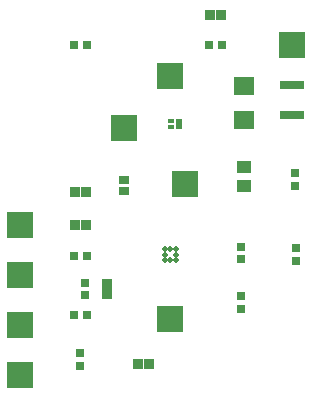
<source format=gbr>
G04 EAGLE Gerber RS-274X export*
G75*
%MOMM*%
%FSLAX34Y34*%
%LPD*%
%INSoldermask Top*%
%IPPOS*%
%AMOC8*
5,1,8,0,0,1.08239X$1,22.5*%
G01*
G04 Define Apertures*
%ADD10R,0.853200X0.823200*%
%ADD11R,0.823200X0.823200*%
%ADD12R,0.823200X0.763200*%
%ADD13R,0.823200X0.853200*%
%ADD14R,2.103200X0.703200*%
%ADD15R,2.203200X2.203200*%
%ADD16C,0.509200*%
%ADD17R,0.603200X0.453200*%
%ADD18R,0.603200X0.903200*%
%ADD19R,0.703200X0.678200*%
%ADD20R,0.678200X0.703200*%
%ADD21R,1.153200X1.103200*%
%ADD22R,1.703200X1.603200*%
D10*
X207600Y469900D03*
X198800Y469900D03*
D11*
X84400Y320040D03*
X93400Y320040D03*
D12*
X125730Y320320D03*
X125730Y329920D03*
D11*
X93400Y292100D03*
X84400Y292100D03*
D13*
X111760Y233090D03*
X111760Y241890D03*
D11*
X137740Y173990D03*
X146740Y173990D03*
D14*
X267970Y385010D03*
X267970Y410010D03*
D15*
X165100Y212090D03*
D16*
X160100Y271700D03*
X165100Y271700D03*
X170100Y271700D03*
X160100Y266700D03*
X170100Y266700D03*
X160100Y261700D03*
X165100Y261700D03*
X170100Y261700D03*
D17*
X165410Y379440D03*
X165410Y374940D03*
D18*
X172410Y377190D03*
D19*
X271780Y261575D03*
X271780Y271825D03*
X92710Y232370D03*
X92710Y242610D03*
X88900Y182925D03*
X88900Y172675D03*
X224790Y262845D03*
X224790Y273095D03*
X270510Y335325D03*
X270510Y325075D03*
X224790Y220940D03*
X224790Y231180D03*
D20*
X208320Y444500D03*
X198080Y444500D03*
X94025Y444500D03*
X83775Y444500D03*
D21*
X227330Y324740D03*
X227330Y340740D03*
D20*
X83780Y215900D03*
X94020Y215900D03*
X83775Y265430D03*
X94025Y265430D03*
D15*
X165100Y417830D03*
X267970Y444500D03*
X38100Y165100D03*
X177800Y326390D03*
X38100Y292100D03*
X38100Y249767D03*
X38100Y207433D03*
D22*
X227330Y381000D03*
X227330Y409000D03*
D15*
X125730Y373446D03*
M02*

</source>
